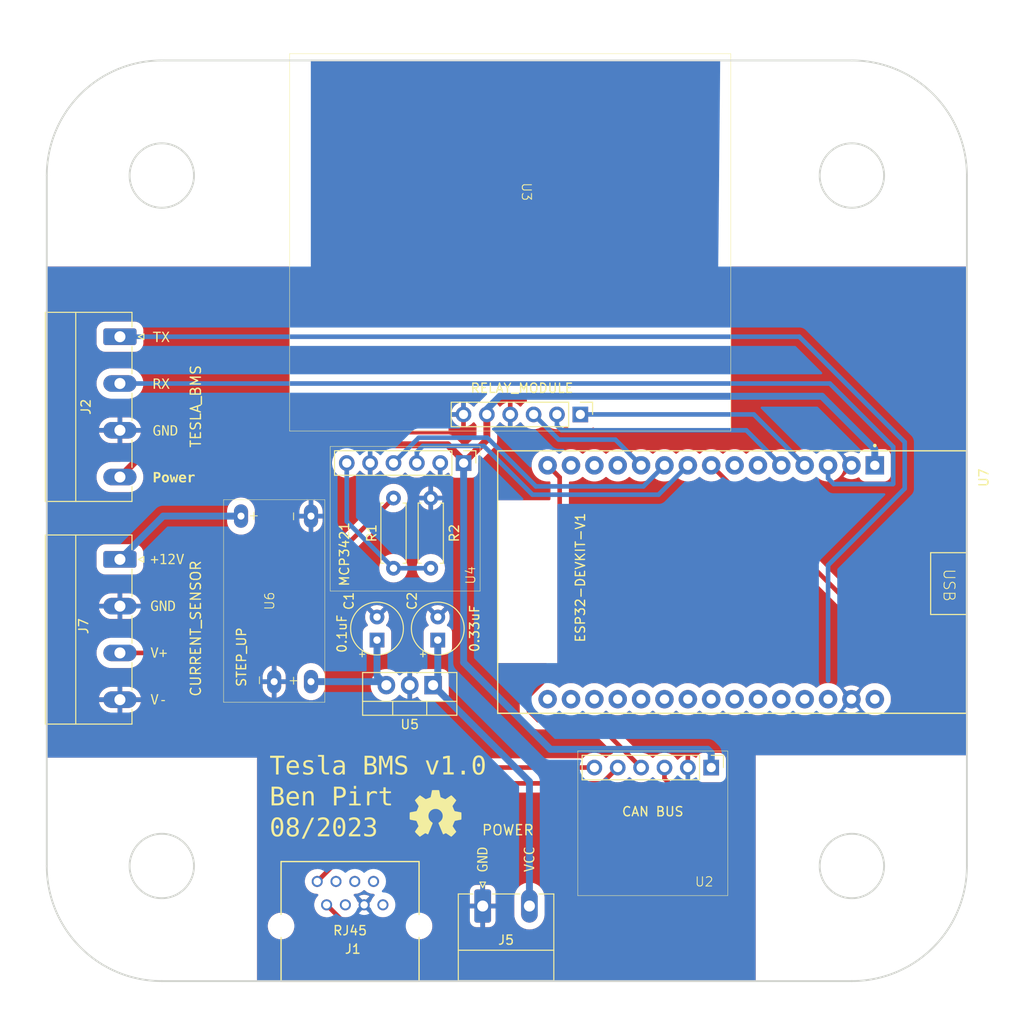
<source format=kicad_pcb>
(kicad_pcb (version 20221018) (generator pcbnew)
  (layers (0 "F.Cu" signal) (31 "B.Cu" signal) (34 "B.Paste" user) (35 "F.Paste" user) (36 "B.SilkS" user "B.Silkscreen") (37 "F.SilkS" user "F.Silkscreen") (38 "B.Mask" user) (39 "F.Mask" user) (44 "Edge.Cuts" user))
  (net 0 "")
  (net 3 "+3.3V")
  (net 4 "GND")
  (net 8 "Net-(U2-CANH)")
  (net 9 "Net-(U2-CANL)")
  (net 10 "Net-(U4-VIN+)")
  (net 11 "/bms-rx")
  (net 12 "+12V")
  (net 13 "Net-(J7-Pin_3)")
  (net 14 "+5V")
  (net 15 "/bms-tx")
  (net 16 "/can-tx")
  (net 17 "/can-rx")
  (net 18 "/RELAY1")
  (net 19 "/RELAY2")
  (net 20 "/RELAY3")
  (net 21 "/SCL")
  (net 22 "/SDA")
  (net 38 "/VCC")
  (footprint "BMSLibrary:SN65_MODULE" (layer "F.Cu") (at 165.862 135.636 -90)
    (fp_text reference "U2" (at 3.575 -5.588 unlocked) (layer "F.SilkS") (effects (font (thickness 0.1))))
    (fp_text value "CAN BUS" (at -4.045 0 unlocked) (layer "F.SilkS"))
    (fp_line (start -10.63 -8.15) (end -10.63 8.15) (stroke (width 0.05)) (layer "F.SilkS"))
    (fp_line (start -10.63 8.15) (end 5.08 8.15) (stroke (width 0.05)) (layer "F.SilkS"))
    (fp_line (start -10.16 -7.68) (end -8.83 -7.68) (stroke (width 0.12)) (layer "F.SilkS"))
    (fp_line (start -10.16 -6.35) (end -10.16 -7.68) (stroke (width 0.12)) (layer "F.SilkS"))
    (fp_line (start -10.16 -5.08) (end -10.16 7.68) (stroke (width 0.12)) (layer "F.SilkS"))
    (fp_line (start -10.16 -5.08) (end -7.5 -5.08) (stroke (width 0.12)) (layer "F.SilkS"))
    (fp_line (start -10.16 7.68) (end -7.5 7.68) (stroke (width 0.12)) (layer "F.SilkS"))
    (fp_line (start -7.5 -5.08) (end -7.5 7.68) (stroke (width 0.12)) (layer "F.SilkS"))
    (fp_line (start 5.08 -8.15) (end -10.63 -8.15) (stroke (width 0.05)) (layer "F.SilkS"))
    (fp_line (start 5.08 8.15) (end 5.08 -8.15) (stroke (width 0.05)) (layer "F.SilkS"))
    (pad "1" thru_hole rect (at -8.83 -6.35 270) (size 1.7 1.7) (drill 1) (layers "*.Cu" "*.Mask") (net 3 "+3.3V"))
    (pad "2" thru_hole oval (at -8.83 -3.81 270) (size 1.7 1.7) (drill 1) (layers "*.Cu" "*.Mask") (net 4 "GND"))
    (pad "3" thru_hole oval (at -8.83 -1.27 270) (size 1.7 1.7) (drill 1) (layers "*.Cu" "*.Mask") (net 16 "/can-tx"))
    (pad "4" thru_hole oval (at -8.83 1.27 270) (size 1.7 1.7) (drill 1) (layers "*.Cu" "*.Mask") (net 17 "/can-rx"))
    (pad "5" thru_hole oval (at -8.83 3.81 270) (size 1.7 1.7) (drill 1) (layers "*.Cu" "*.Mask") (net 8 "Net-(U2-CANH)"))
    (pad "6" thru_hole oval (at -8.83 6.35 270) (size 1.7 1.7) (drill 1) (layers "*.Cu" "*.Mask") (net 9 "Net-(U2-CANL)"))
  )
  (footprint "Connector_Phoenix_MC_HighVoltage:PhoenixContact_MC_1,5_2-G-5.08_1x02_P5.08mm_Horizontal" (layer "F.Cu") (at 147.375 141.8475)
    (fp_text reference "J5" (at 2.54 3.6945) (layer "F.SilkS"))
    (fp_text value "POWER" (at 2.739 -8.2435) (layer "F.SilkS") (effects (font (size 1.1 1.1))))
    (fp_line (start -2.65 -1.31) (end -2.65 8.11) (stroke (width 0.12)) (layer "F.SilkS"))
    (fp_line (start -2.65 -1.31) (end -1.05 -1.31) (stroke (width 0.12)) (layer "F.SilkS"))
    (fp_line (start -2.65 4.8) (end 7.73 4.8) (stroke (width 0.12)) (layer "F.SilkS"))
    (fp_line (start -2.65 8.11) (end 7.73 8.11) (stroke (width 0.12)) (layer "F.SilkS"))
    (fp_line (start -0.3 -2.6) (end 0.3 -2.6) (stroke (width 0.12)) (layer "F.SilkS"))
    (fp_line (start 0 -2) (end -0.3 -2.6) (stroke (width 0.12)) (layer "F.SilkS"))
    (fp_line (start 0.3 -2.6) (end 0 -2) (stroke (width 0.12)) (layer "F.SilkS"))
    (fp_line (start 1.05 -1.31) (end 4.03 -1.31) (stroke (width 0.12)) (layer "F.SilkS"))
    (fp_line (start 7.73 -1.31) (end 6.13 -1.31) (stroke (width 0.12)) (layer "F.SilkS"))
    (fp_line (start 7.73 8.11) (end 7.73 -1.31) (stroke (width 0.12)) (layer "F.SilkS"))
    (pad "1" thru_hole roundrect (at 0 0) (size 1.8 3.6) (drill 1.2) (layers "*.Cu" "*.Mask") (roundrect_rratio 0.138889) (net 4 "GND"))
    (pad "2" thru_hole oval (at 5.08 0) (size 1.8 3.6) (drill 1.2) (layers "*.Cu" "*.Mask") (net 38 "/VCC"))
  )
  (footprint "BMSLibrary:RJ45_Socket" (layer "F.Cu") (at 132.962 144.018 180)
    (fp_text reference "J1" (at -0.3 -2.5) (layer "F.SilkS"))
    (fp_text value "RJ45" (at 0 -0.5) (layer "F.SilkS"))
    (fp_line (start -7.5 -6) (end 7.5 -6) (stroke (width 0.15)) (layer "F.SilkS"))
    (fp_line (start -7.5 7) (end -7.5 -6) (stroke (width 0.15)) (layer "F.SilkS"))
    (fp_line (start 7.5 -6) (end 7.5 7) (stroke (width 0.15)) (layer "F.SilkS"))
    (fp_line (start 7.5 7) (end -7.5 7) (stroke (width 0.15)) (layer "F.SilkS"))
    (pad "" np_thru_hole circle (at -7.5 0 180) (size 2.4 2.4) (drill 2.4) (layers "*.Cu" "*.Mask"))
    (pad "" np_thru_hole circle (at 7.5 0 180) (size 2.4 2.4) (drill 2.4) (layers "*.Cu" "*.Mask"))
    (pad "1" thru_hole circle (at -3.57 2.3 180) (size 1.2 1.2) (drill 0.8) (layers "*.Cu" "*.Mask"))
    (pad "2" thru_hole circle (at -2.55 4.84 180) (size 1.2 1.2) (drill 0.8) (layers "*.Cu" "*.Mask"))
    (pad "3" thru_hole circle (at -1.53 2.3 180) (size 1.2 1.2) (drill 0.8) (layers "*.Cu" "*.Mask") (net 4 "GND"))
    (pad "4" thru_hole circle (at -0.51 4.84 180) (size 1.2 1.2) (drill 0.8) (layers "*.Cu" "*.Mask"))
    (pad "5" thru_hole circle (at 0.51 2.3 180) (size 1.2 1.2) (drill 0.8) (layers "*.Cu" "*.Mask"))
    (pad "6" thru_hole circle (at 1.53 4.84 180) (size 1.2 1.2) (drill 0.8) (layers "*.Cu" "*.Mask"))
    (pad "7" thru_hole circle (at 2.55 2.3 180) (size 1.2 1.2) (drill 0.8) (layers "*.Cu" "*.Mask") (net 8 "Net-(U2-CANH)"))
    (pad "8" thru_hole circle (at 3.57 4.84 180) (size 1.2 1.2) (drill 0.8) (layers "*.Cu" "*.Mask") (net 9 "Net-(U2-CANL)"))
  )
  (footprint "BMSLibrary:STEP_UP_MODULE" (layer "F.Cu") (at 124.714 108.712 90)
    (fp_text reference "U6" (at 0 -0.5 90 unlocked) (layer "F.SilkS") (effects (font (thickness 0.1))))
    (fp_text value "STEP_UP" (at -6.096 -3.556 90 unlocked) (layer "F.SilkS"))
    (fp_text user "+" (at 8.5598 -1.7018 90 unlocked) (layer "F.SilkS") (effects (font (thickness 0.1)) (justify left bottom)))
    (fp_text user "-" (at -9.2964 -1.0922 90 unlocked) (layer "F.SilkS") (effects (font (thickness 0.1)) (justify left bottom)))
    (fp_text user "+" (at -9.3472 2.6162 90 unlocked) (layer "F.SilkS") (effects (font (thickness 0.1)) (justify left bottom)))
    (fp_text user "-" (at 8.509 2.6162 90 unlocked) (layer "F.SilkS") (effects (font (thickness 0.1)) (justify left bottom)))
    (fp_line (start -11 -5.5) (end 11 -5.5) (stroke (width 0.05)) (layer "F.SilkS"))
    (fp_line (start -11 5.5) (end -11 -5.5) (stroke (width 0.05)) (layer "F.SilkS"))
    (fp_line (start 11 -5.5) (end 11 5.5) (stroke (width 0.05)) (layer "F.SilkS"))
    (fp_line (start 11 5.5) (end -11 5.5) (stroke (width 0.05)) (layer "F.SilkS"))
    (pad "1" thru_hole oval (at -8.763 0 90) (size 2.54 1.524) (drill 0.762) (layers "*.Cu" "*.Mask") (net 4 "GND"))
    (pad "2" thru_hole oval (at -8.763 4 90) (size 2.54 1.524) (drill 0.762) (layers "*.Cu" "*.Mask") (net 14 "+5V"))
    (pad "3" thru_hole oval (at 9.2202 4 90) (size 2.54 1.524) (drill 0.762) (layers "*.Cu" "*.Mask") (net 4 "GND"))
    (pad "4" thru_hole oval (at 9.2202 -3.6068 90) (size 2.54 1.524) (drill 0.762) (layers "*.Cu" "*.Mask") (net 12 "+12V"))
  )
  (footprint "BMSLibrary:3_RELAY_MODULE" (layer "F.Cu") (at 151.638 64.262 -90)
    (fp_text reference "U3" (at 0 -0.5 -90 unlocked) (layer "F.SilkS") (effects (font (thickness 0.1))))
    (fp_text value "RELAY_MODULE" (at 21.336 0 unlocked) (layer "F.SilkS"))
    (fp_line (start -15 -22.7) (end -15 25.25) (stroke (width 0.05)) (layer "F.SilkS"))
    (fp_line (start -15 25.25) (end 25.99 25.25) (stroke (width 0.05)) (layer "F.SilkS"))
    (fp_line (start 22.86 -7.68) (end 24.19 -7.68) (stroke (width 0.12)) (layer "F.SilkS"))
    (fp_line (start 22.86 -6.35) (end 22.86 -7.68) (stroke (width 0.12)) (layer "F.SilkS"))
    (fp_line (start 22.86 -5.08) (end 22.86 7.68) (stroke (width 0.12)) (layer "F.SilkS"))
    (fp_line (start 22.86 -5.08) (end 25.52 -5.08) (stroke (width 0.12)) (layer "F.SilkS"))
    (fp_line (start 22.86 7.68) (end 25.52 7.68) (stroke (width 0.12)) (layer "F.SilkS"))
    (fp_line (start 25.52 -5.08) (end 25.52 7.68) (stroke (width 0.12)) (layer "F.SilkS"))
    (fp_line (start 25.99 -22.7) (end -15 -22.7) (stroke (width 0.05)) (layer "F.SilkS"))
    (fp_line (start 25.99 25.25) (end 25.99 -22.7) (stroke (width 0.05)) (layer "F.SilkS"))
    (pad "1" thru_hole rect (at 24.19 -6.35 270) (size 1.7 1.7) (drill 1) (layers "*.Cu" "*.Mask") (net 18 "/RELAY1"))
    (pad "2" thru_hole oval (at 24.19 -3.81 270) (size 1.7 1.7) (drill 1) (layers "*.Cu" "*.Mask") (net 19 "/RELAY2"))
    (pad "3" thru_hole oval (at 24.19 -1.27 270) (size 1.7 1.7) (drill 1) (layers "*.Cu" "*.Mask") (net 20 "/RELAY3"))
    (pad "4" thru_hole oval (at 24.19 1.27 270) (size 1.7 1.7) (drill 1) (layers "*.Cu" "*.Mask") (net 4 "GND"))
    (pad "5" thru_hole oval (at 24.19 3.81 270) (size 1.7 1.7) (drill 1) (layers "*.Cu" "*.Mask") (net 3 "+3.3V"))
    (pad "6" thru_hole oval (at 24.19 6.35 270) (size 1.7 1.7) (drill 1) (layers "*.Cu" "*.Mask") (net 4 "GND"))
    (zone (net 0) (net_name "") (layer "F.Cu") (connect_pads (clearance 0)) (min_thickness 0.25)
      (keepout (tracks not_allowed) (vias not_allowed) (pads not_allowed) (copperpour not_allowed) (footprints not_allowed))
      (fill (thermal_gap 0.5) (thermal_bridge_width 0.5))
      (polygon (pts (xy 174.3202 49.2506) (xy 174.3202 90.1446) (xy 159.512 90.1446) (xy 159.512 86.8172) (xy 143.6624 86.8172) (xy 143.6624 90.2208) (xy 126.4158 90.2208) (xy 126.3904 49.276) (xy 166.878 49.3268)))
    )
  )
  (footprint "BMSLibrary:MCP3421_MODULE" (layer "F.Cu") (at 138.952 102.556 -90)
    (fp_text reference "U4" (at 3.362 -7.112 -270 unlocked) (layer "F.SilkS") (effects (font (thickness 0.1))))
    (fp_text value "MCP3421" (at 1.076 6.604 90 unlocked) (layer "F.SilkS"))
    (fp_line (start -10.63 -8.15) (end -10.63 8.15) (stroke (width 0.05)) (layer "F.SilkS"))
    (fp_line (start -10.63 8.15) (end 5.08 8.15) (stroke (width 0.05)) (layer "F.SilkS"))
    (fp_line (start -10.16 -7.68) (end -8.83 -7.68) (stroke (width 0.12)) (layer "F.SilkS"))
    (fp_line (start -10.16 -6.35) (end -10.16 -7.68) (stroke (width 0.12)) (layer "F.SilkS"))
    (fp_line (start -10.16 -5.08) (end -10.16 7.68) (stroke (width 0.12)) (layer "F.SilkS"))
    (fp_line (start -10.16 -5.08) (end -7.5 -5.08) (stroke (width 0.12)) (layer "F.SilkS"))
    (fp_line (start -10.16 7.68) (end -7.5 7.68) (stroke (width 0.12)) (layer "F.SilkS"))
    (fp_line (start -7.5 -5.08) (end -7.5 7.68) (stroke (width 0.12)) (layer "F.SilkS"))
    (fp_line (start 5.08 -8.15) (end -10.63 -8.15) (stroke (width 0.05)) (layer "F.SilkS"))
    (fp_line (start 5.08 8.15) (end 5.08 -8.15) (stroke (width 0.05)) (layer "F.SilkS"))
    (pad "1" thru_hole rect (at -8.83 -6.35 270) (size 1.7 1.7) (drill 1) (layers "*.Cu" "*.Mask") (net 3 "+3.3V"))
    (pad "2" thru_hole oval (at -8.83 -3.81 270) (size 1.7 1.7) (drill 1) (layers "*.Cu" "*.Mask") (net 4 "GND"))
    (pad "3" thru_hole oval (at -8.83 -1.27 270) (size 1.7 1.7) (drill 1) (layers "*.Cu" "*.Mask") (net 21 "/SCL"))
    (pad "4" thru_hole oval (at -8.83 1.27 270) (size 1.7 1.7) (drill 1) (layers "*.Cu" "*.Mask") (net 22 "/SDA"))
    (pad "5" thru_hole oval (at -8.83 3.81 270) (size 1.7 1.7) (drill 1) (layers "*.Cu" "*.Mask") (net 4 "GND"))
    (pad "6" thru_hole oval (at -8.83 6.35 270) (size 1.7 1.7) (drill 1) (layers "*.Cu" "*.Mask") (net 10 "Net-(U4-VIN+)"))
  )
  (footprint "Resistor_THT:R_Axial_DIN0207_L6.3mm_D2.5mm_P7.62mm_Horizontal" (layer "F.Cu") (at 141.732 105.156 90)
    (fp_text reference "R2" (at 3.81 2.554 90) (layer "F.SilkS"))
    (fp_text value "R" hide)
    (fp_line (start 0.54 -1.37) (end 7.08 -1.37) (stroke (width 0.12)) (layer "F.SilkS"))
    (fp_line (start 0.54 -1.04) (end 0.54 -1.37) (stroke (width 0.12)) (layer "F.SilkS"))
    (fp_line (start 0.54 1.04) (end 0.54 1.37) (stroke (width 0.12)) (layer "F.SilkS"))
    (fp_line (start 0.54 1.37) (end 7.08 1.37) (stroke (width 0.12)) (layer "F.SilkS"))
    (fp_line (start 7.08 -1.37) (end 7.08 -1.04) (stroke (width 0.12)) (layer "F.SilkS"))
    (fp_line (start 7.08 1.37) (end 7.08 1.04) (stroke (width 0.12)) (layer "F.SilkS"))
    (pad "1" thru_hole circle (at 0 0 90) (size 1.6 1.6) (drill 0.8) (layers "*.Cu" "*.Mask") (net 10 "Net-(U4-VIN+)"))
    (pad "2" thru_hole oval (at 7.62 0 90) (size 1.6 1.6) (drill 0.8) (layers "*.Cu" "*.Mask") (net 4 "GND"))
  )
  (footprint "BMSLibrary:OSHW_LOGO_SMALL" (layer "F.Cu") (at 142.24 131.826)
    (fp_text reference "G***" hide)
    (fp_text value "LOGO" hide)
    (fp_poly (pts (xy 0.131099 -2.569829) (xy 0.219756 -2.569462) (xy 0.285701 -2.568471) (xy 0.332515 -2.566542) (xy 0.363786 -2.563367) (xy 0.383095 -2.558632) (xy 0.394029 -2.552028) (xy 0.400171 -2.543242) (xy 0.40327 -2.536265) (xy 0.409973 -2.512225) (xy 0.420927 -2.463454) (xy 0.435173 -2.394645) (xy 0.451753 -2.310492) (xy 0.46971 -2.215687) (xy 0.478663 -2.16708) (xy 0.49678 -2.069684) (xy 0.51384 -1.981488) (xy 0.528921 -1.906978) (xy 0.541104 -1.85064) (xy 0.549467 -1.816956) (xy 0.551962 -1.809952) (xy 0.568351 -1.798812) (xy 0.60717 -1.77901) (xy 0.663046 -1.752839) (xy 0.73061 -1.722592) (xy 0.804487 -1.690563) (xy 0.879308 -1.659043) (xy 0.949699 -1.630327) (xy 1.010289 -1.606706) (xy 1.055707 -1.590475) (xy 1.080579 -1.583925) (xy 1.081571 -1.583888) (xy 1.098018 -1.592054) (xy 1.135481 -1.614945) (xy 1.190419 -1.650259) (xy 1.25929 -1.695694) (xy 1.338554 -1.748949) (xy 1.403318 -1.793065) (xy 1.488073 -1.850698) (xy 1.565094 -1.902247) (xy 1.630844 -1.945414) (xy 1.681788 -1.977897) (xy 1.714389 -1.997396) (xy 1.724713 -2.002118) (xy 1.740711 -1.991816) (xy 1.773619 -1.963294) (xy 1.819907 -1.920131) (xy 1.876044 -1.865903) (xy 1.938498 -1.804189) (xy 2.003738 -1.738566) (xy 2.068234 -1.672611) (xy 2.128455 -1.609902) (xy 2.18087 -1.554017) (xy 2.221947 -1.508533) (xy 2.248156 -1.477028) (xy 2.256118 -1.463696) (xy 2.249264 -1.444723) (xy 2.228268 -1.407143) (xy 2.192472 -1.349949) (xy 2.141222 -1.272135) (xy 2.073861 -1.172694) (xy 1.989734 -1.050619) (xy 1.948231 -0.9909) (xy 1.909712 -0.933704) (xy 1.878626 -0.883949) (xy 1.858519 -0.847546) (xy 1.852706 -0.831617) (xy 1.858357 -0.812599) (xy 1.873809 -0.771574) (xy 1.896808 -0.713879) (xy 1.925102 -0.64485) (xy 1.956438 -0.569825) (xy 1.988564 -0.494139) (xy 2.019226 -0.423131) (xy 2.046171 -0.362136) (xy 2.067148 -0.316491) (xy 2.079903 -0.291533) (xy 2.081828 -0.288839) (xy 2.098106 -0.284012) (xy 2.139603 -0.274659) (xy 2.202141 -0.261634) (xy 2.281547 -0.245795) (xy 2.373644 -0.227997) (xy 2.43589 -0.216241) (xy 2.534728 -0.197569) (xy 2.624357 -0.180317) (xy 2.700393 -0.165356) (xy 2.758453 -0.153555) (xy 2.794153 -0.145783) (xy 2.803034 -0.143409) (xy 2.809597 -0.136123) (xy 2.814682 -0.117805) (xy 2.81846 -0.085296) (xy 2.821099 -0.035436) (xy 2.822769 0.034936) (xy 2.82364 0.128979) (xy 2.823882 0.245054) (xy 2.823743 0.361926) (xy 2.823171 0.452368) (xy 2.821933 0.519834) (xy 2.819797 0.567774) (xy 2.816531 0.599642) (xy 2.811901 0.618889) (xy 2.805676 0.628968) (xy 2.797735 0.633297) (xy 2.77184 0.63931) (xy 2.724824 0.648773) (xy 2.66501 0.66004) (xy 2.637118 0.665084) (xy 2.491532 0.69139) (xy 2.373028 0.713566) (xy 2.279175 0.732159) (xy 2.207541 0.747714) (xy 2.155693 0.760778) (xy 2.1212 0.771895) (xy 2.10163 0.781611) (xy 2.096482 0.786373) (xy 2.086234 0.806157) (xy 2.067486 0.847979) (xy 2.042379 0.906575) (xy 2.013056 0.97668) (xy 1.98166 1.053029) (xy 1.950333 1.130356) (xy 1.921217 1.203397) (xy 1.896454 1.266886) (xy 1.878187 1.315559) (xy 1.868558 1.34415) (xy 1.867605 1.348854) (xy 1.875737 1.363982) (xy 1.898516 1.400045) (xy 1.933553 1.453426) (xy 1.978459 1.520509) (xy 2.030846 1.597678) (xy 2.061882 1.642965) (xy 2.117583 1.725142) (xy 2.167045 1.80035) (xy 2.20785 1.864728) (xy 2.237579 1.91441) (xy 2.253813 1.945535) (xy 2.256118 1.95314) (xy 2.245725 1.971689) (xy 2.2162 2.008151) (xy 2.170019 2.059798) (xy 2.109659 2.123905) (xy 2.037598 2.197746) (xy 1.996102 2.239304) (xy 1.91493 2.319762) (xy 1.852018 2.381272) (xy 1.804589 2.426109) (xy 1.769864 2.456546) (xy 1.745065 2.474858) (xy 1.727416 2.483319) (xy 1.714137 2.484203) (xy 1.702452 2.479785) (xy 1.702398 2.479756) (xy 1.680228 2.466057) (xy 1.637727 2.438191) (xy 1.579135 2.398999) (xy 1.50869 2.351321) (xy 1.430634 2.297998) (xy 1.410569 2.284216) (xy 1.332581 2.231182) (xy 1.262234 2.184468) (xy 1.203456 2.146593) (xy 1.160173 2.120071) (xy 1.136312 2.107421) (xy 1.13358 2.106706) (xy 1.112943 2.113234) (xy 1.072594 2.130813) (xy 1.019188 2.156432) (xy 0.981682 2.175423) (xy 0.921722 2.20451) (xy 0.873694 2.22417) (xy 0.843073 2.232319) (xy 0.835544 2.231049) (xy 0.826738 2.214416) (xy 0.808117 2.17364) (xy 0.781195 2.11223) (xy 0.747486 2.033694) (xy 0.708505 1.941541) (xy 0.665766 1.83928) (xy 0.64948 1.800009) (xy 0.601668 1.684553) (xy 0.553571 1.568539) (xy 0.507489 1.457508) (xy 0.465725 1.357) (xy 0.430579 1.272555) (xy 0.404351 1.209715) (xy 0.402606 1.205545) (xy 0.374643 1.137248) (xy 0.351531 1.07793) (xy 0.3355 1.033527) (xy 0.328781 1.009975) (xy 0.328706 1.008886) (xy 0.340125 0.991101) (xy 0.370334 0.962388) (xy 0.413261 0.928398) (xy 0.422088 0.921999) (xy 0.552428 0.814276) (xy 0.654546 0.69728) (xy 0.728869 0.570244) (xy 0.77582 0.432403) (xy 0.795824 0.28299) (xy 0.79666 0.246529) (xy 0.78421 0.097101) (xy 0.745186 -0.040193) (xy 0.67862 -0.167778) (xy 0.583541 -0.288081) (xy 0.582797 -0.288878) (xy 0.471088 -0.387641) (xy 0.34652 -0.46136) (xy 0.212767 -0.509885) (xy 0.0735 -0.533064) (xy -0.067604 -0.530746) (xy -0.206874 -0.502779) (xy -0.340635 -0.449011) (xy -0.465213 -0.369293) (xy -0.507552 -0.333811) (xy -0.611533 -0.221802) (xy -0.688523 -0.097009) (xy -0.738307 0.040084) (xy -0.760669 0.188995) (xy -0.762 0.237493) (xy -0.751347 0.386767) (xy -0.718283 0.520602) (xy -0.661155 0.642106) (xy -0.578308 0.754387) (xy -0.468086 0.860553) (xy -0.403073 0.911663) (xy -0.355966 0.94887) (xy -0.319936 0.981679) (xy -0.300615 1.004778) (xy -0.298824 1.009988) (xy -0.304362 1.028339) (xy -0.320097 1.070928) (xy -0.344707 1.134419) (xy -0.376871 1.215477) (xy -0.415269 1.310766) (xy -0.45858 1.416951) (xy -0.494995 1.505368) (xy -0.543578 1.622921) (xy -0.590521 1.736657) (xy -0.634083 1.842349) (xy -0.672526 1.935772) (xy -0.70411 2.012699) (xy -0.727096 2.068905) (xy -0.736375 2.091765) (xy -0.764635 2.160781) (xy -0.787092 2.20483) (xy -0.809885 2.226335) (xy -0.839151 2.227724) (xy -0.881027 2.21142) (xy -0.941651 2.179849) (xy -0.949159 2.175851) (xy -1.006619 2.146279) (xy -1.055374 2.123021) (xy -1.088702 2.109187) (xy -1.098498 2.106706) (xy -1.115914 2.114812) (xy -1.154168 2.137544) (xy -1.20953 2.172519) (xy -1.278267 2.217356) (xy -1.356648 2.26967) (xy -1.40277 2.300941) (xy -1.484331 2.356245) (xy -1.557697 2.405422) (xy -1.619271 2.446106) (xy -1.665453 2.475933) (xy -1.692644 2.492536) (xy -1.698255 2.495176) (xy -1.711348 2.485073) (xy -1.742527 2.45668) (xy -1.788785 2.412871) (xy -1.847112 2.356519) (xy -1.914499 2.290498) (xy -1.967532 2.238) (xy -2.039432 2.165497) (xy -2.103651 2.098771) (xy -2.157268 2.041019) (xy -2.197365 1.995436) (xy -2.221021 1.965217) (xy -2.226235 1.954847) (xy -2.218035 1.9355) (xy -2.195053 1.895567) (xy -2.159717 1.838891) (xy -2.114454 1.769317) (xy -2.061691 1.690687) (xy -2.032439 1.647994) (xy -1.976849 1.566673) (xy -1.927449 1.492964) (xy -1.886657 1.430597) (xy -1.856892 1.3833) (xy -1.840573 1.3548) (xy -1.838204 1.34862) (xy -1.84354 1.32739) (xy -1.858505 1.284052) (xy -1.880936 1.223959) (xy -1.908672 1.152459) (xy -1.939549 1.074904) (xy -1.971406 0.996644) (xy -2.00208 0.92303) (xy -2.029409 0.859413) (xy -2.051231 0.811142) (xy -2.065383 0.783569) (xy -2.06805 0.779873) (xy -2.087705 0.771681) (xy -2.132361 0.759457) (xy -2.197566 0.744212) (xy -2.278869 0.72696) (xy -2.371817 0.708712) (xy -2.421808 0.699433) (xy -2.518905 0.681274) (xy -2.606597 0.663957) (xy -2.680439 0.648436) (xy -2.735986 0.635661) (xy -2.768794 0.626586) (xy -2.775324 0.623701) (xy -2.781826 0.604191) (xy -2.787082 0.560216) (xy -2.791102 0.496696) (xy -2.7939 0.418548) (xy -2.795487 0.330689) (xy -2.795876 0.238037) (xy -2.79508 0.145509) (xy -2.79311 0.058023) (xy -2.789978 -0.019503) (xy -2.785698 -0.082152) (xy -2.780281 -0.125007) (xy -2.77374 -0.143149) (xy -2.773404 -0.143312) (xy -2.753379 -0.148196) (xy -2.70834 -0.157622) (xy -2.642665 -0.170725) (xy -2.560729 -0.186638) (xy -2.466909 -0.204499) (xy -2.405975 -0.215931) (xy -2.307655 -0.234708) (xy -2.21914 -0.252435) (xy -2.144675 -0.268196) (xy -2.088501 -0.281073) (xy -2.05486 -0.29015) (xy -2.047177 -0.29347) (xy -2.03587 -0.313055) (xy -2.015971 -0.354775) (xy -1.989774 -0.413155) (xy -1.959573 -0.482719) (xy -1.927665 -0.557994) (xy -1.896344 -0.633505) (xy -1.867904 -0.703775) (xy -1.844642 -0.763332) (xy -1.828852 -0.806699) (xy -1.822829 -0.828402) (xy -1.822824 -0.828669) (xy -1.830995 -0.84807) (xy -1.853909 -0.88813) (xy -1.889169 -0.945033) (xy -1.934374 -1.014961) (xy -1.987128 -1.094096) (xy -2.019006 -1.140913) (xy -2.075348 -1.223728) (xy -2.126032 -1.299537) (xy -2.168553 -1.364486) (xy -2.200407 -1.414721) (xy -2.219086 -1.446387) (xy -2.222835 -1.454484) (xy -2.219555 -1.469566) (xy -2.20285 -1.495405) (xy -2.171024 -1.533936) (xy -2.122379 -1.587094) (xy -2.05522 -1.656816) (xy -1.970783 -1.742101) (xy -1.898243 -1.814002) (xy -1.832 -1.878279) (xy -1.775144 -1.932043) (xy -1.730768 -1.972408) (xy -1.701962 -1.996485) (xy -1.692489 -2.002118) (xy -1.675439 -1.993941) (xy -1.63753 -1.970979) (xy -1.582386 -1.935583) (xy -1.513627 -1.890105) (xy -1.434876 -1.836898) (xy -1.378564 -1.79826) (xy -1.294825 -1.740839) (xy -1.218405 -1.689162) (xy -1.152999 -1.645668) (xy -1.102298 -1.612795) (xy -1.069994 -1.592982) (xy -1.060577 -1.588253) (xy -1.04026 -1.59176) (xy -0.997979 -1.604914) (xy -0.93922 -1.625557) (xy -0.86947 -1.651527) (xy -0.794215 -1.680666) (xy -0.718943 -1.710813) (xy -0.649139 -1.739809) (xy -0.590289 -1.765495) (xy -0.547882 -1.785709) (xy -0.527655 -1.798038) (xy -0.520108 -1.817018) (xy -0.508269 -1.861199) (xy -0.493086 -1.926364) (xy -0.475509 -2.008296) (xy -0.456487 -2.102776) (xy -0.441948 -2.178771) (xy -0.422853 -2.279572) (xy -0.405136 -2.370755) (xy -0.389642 -2.448161) (xy -0.377216 -2.507628) (xy -0.368702 -2.544998) (xy -0.365383 -2.556036) (xy -0.348457 -2.560027) (xy -0.305307 -2.563517) (xy -0.239585 -2.566373) (xy -0.154948 -2.568463) (xy -0.055049 -2.569654) (xy 0.016143 -2.569882) (xy 0.131099 -2.569829)) (stroke (width 0.01)) (fill solid) (layer "F.SilkS"))
  )
  (footprint "Package_TO_SOT_THT:TO-220-3_Vertical" (layer "F.Cu") (at 141.986 117.856 180)
    (fp_text reference "U5" (at 2.54 -4.27) (layer "F.SilkS"))
    (fp_text value "L7805")
    (fp_line (start -2.58 -3.27) (end -2.58 1.371) (stroke (width 0.12)) (layer "F.SilkS"))
    (fp_line (start -2.58 -3.27) (end 7.66 -3.27) (stroke (width 0.12)) (layer "F.SilkS"))
    (fp_line (start -2.58 -1.76) (end 7.66 -1.76) (stroke (width 0.12)) (layer "F.SilkS"))
    (fp_line (start -2.58 1.371) (end 7.66 1.371) (stroke (width 0.12)) (layer "F.SilkS"))
    (fp_line (start 0.69 -3.27) (end 0.69 -1.76) (stroke (width 0.12)) (layer "F.SilkS"))
    (fp_line (start 4.391 -3.27) (end 4.391 -1.76) (stroke (width 0.12)) (layer "F.SilkS"))
    (fp_line (start 7.66 -3.27) (end 7.66 1.371) (stroke (width 0.12)) (layer "F.SilkS"))
    (pad "1" thru_hole rect (at 0 0 180) (size 1.905 2) (drill 1.1) (layers "*.Cu" "*.Mask") (net 38 "/VCC"))
    (pad "2" thru_hole oval (at 2.54 0 180) (size 1.905 2) (drill 1.1) (layers "*.Cu" "*.Mask") (net 4 "GND"))
    (pad "3" thru_hole oval (at 5.08 0 180) (size 1.905 2) (drill 1.1) (layers "*.Cu" "*.Mask") (net 14 "+5V"))
  )
  (footprint "Connector_Phoenix_MC_HighVoltage:PhoenixContact_MC_1,5_4-G-5.08_1x04_P5.08mm_Horizontal" (layer "F.Cu") (at 107.95 80.01 -90)
    (fp_text reference "J2" (at 7.62 3.6945 90) (layer "F.SilkS"))
    (fp_text value "TESLA_BMS" (at 7.565 -8.2435 90) (layer "F.SilkS") (effects (font (size 1.1 1.1))))
    (fp_line (start -2.65 -1.31) (end -2.65 8.11) (stroke (width 0.12)) (layer "F.SilkS"))
    (fp_line (start -2.65 -1.31) (end -1.05 -1.31) (stroke (width 0.12)) (layer "F.SilkS"))
    (fp_line (start -2.65 4.8) (end 17.89 4.8) (stroke (width 0.12)) (layer "F.SilkS"))
    (fp_line (start -2.65 8.11) (end 17.89 8.11) (stroke (width 0.12)) (layer "F.SilkS"))
    (fp_line (start -0.3 -2.6) (end 0.3 -2.6) (stroke (width 0.12)) (layer "F.SilkS"))
    (fp_line (start 0 -2) (end -0.3 -2.6) (stroke (width 0.12)) (layer "F.SilkS"))
    (fp_line (start 0.3 -2.6) (end 0 -2) (stroke (width 0.12)) (layer "F.SilkS"))
    (fp_line (start 1.05 -1.31) (end 4.03 -1.31) (stroke (width 0.12)) (layer "F.SilkS"))
    (fp_line (start 6.13 -1.31) (end 9.11 -1.31) (stroke (width 0.12)) (layer "F.SilkS"))
    (fp_line (start 11.21 -1.31) (end 14.19 -1.31) (stroke (width 0.12)) (layer "F.SilkS"))
    (fp_line (start 17.89 -1.31) (end 16.29 -1.31) (stroke (width 0.12)) (layer "F.SilkS"))
    (fp_line (start 17.89 8.11) (end 17.89 -1.31) (stroke (width 0.12)) (layer "F.SilkS"))
    (pad "1" thru_hole roundrect (at 0 0 270) (size 1.8 3.6) (drill 1.2) (layers "*.Cu" "*.Mask") (roundrect_rratio 0.138889) (net 16 "/can-tx"))
    (pad "2" thru_hole oval (at 5.08 0 270) (size 1.8 3.6) (drill 1.2) (layers "*.Cu" "*.Mask") (net 11 "/bms-rx"))
    (pad "3" thru_hole oval (at 10.16 0 270) (size 1.8 3.6) (drill 1.2) (layers "*.Cu" "*.Mask") (net 4 "GND"))
    (pad "4" thru_hole oval (at 15.24 0 270) (size 1.8 3.6) (drill 1.2) (layers "*.Cu" "*.Mask") (net 3 "+3.3V"))
  )
  (footprint "Connector_Phoenix_MC_HighVoltage:PhoenixContact_MC_1,5_4-G-5.08_1x04_P5.08mm_Horizontal" (layer "F.Cu") (at 107.95 104.195 -90)
    (fp_text reference "J7" (at 7.256 3.9485 90) (layer "F.SilkS"))
    (fp_text value "CURRENT_SENSOR" (at 7.51 -8.2435 90) (layer "F.SilkS") (effects (font (size 1.1 1.1))))
    (fp_line (start -2.65 -1.31) (end -2.65 8.11) (stroke (width 0.12)) (layer "F.SilkS"))
    (fp_line (start -2.65 -1.31) (end -1.05 -1.31) (stroke (width 0.12)) (layer "F.SilkS"))
    (fp_line (start -2.65 4.8) (end 17.89 4.8) (stroke (width 0.12)) (layer "F.SilkS"))
    (fp_line (start -2.65 8.11) (end 17.89 8.11) (stroke (width 0.12)) (layer "F.SilkS"))
    (fp_line (start -0.3 -2.6) (end 0.3 -2.6) (stroke (width 0.12)) (layer "F.SilkS"))
    (fp_line (start 0 -2) (end -0.3 -2.6) (stroke (width 0.12)) (layer "F.SilkS"))
    (fp_line (start 0.3 -2.6) (end 0 -2) (stroke (width 0.12)) (layer "F.SilkS"))
    (fp_line (start 1.05 -1.31) (end 4.03 -1.31) (stroke (width 0.12)) (layer "F.SilkS"))
    (fp_line (start 6.13 -1.31) (end 9.11 -1.31) (stroke (width 0.12)) (layer "F.SilkS"))
    (fp_line (start 11.21 -1.31) (end 14.19 -1.31) (stroke (width 0.12)) (layer "F.SilkS"))
    (fp_line (start 17.89 -1.31) (end 16.29 -1.31) (stroke (width 0.12)) (layer "F.SilkS"))
    (fp_line (start 17.89 8.11) (end 17.89 -1.31) (stroke (width 0.12)) (layer "F.SilkS"))
    (pad "1" thru_hole roundrect (at 0 0 270) (size 1.8 3.6) (drill 1.2) (layers "*.Cu" "*.Mask") (roundrect_rratio 0.138889) (net 12 "+12V"))
    (pad "2" thru_hole oval (at 5.08 0 270) (size 1.8 3.6) (drill 1.2) (layers "*.Cu" "*.Mask") (net 4 "GND"))
    (pad "3" thru_hole oval (at 10.16 0 270) (size 1.8 3.6) (drill 1.2) (layers "*.Cu" "*.Mask") (net 13 "Net-(J7-Pin_3)"))
    (pad "4" thru_hole oval (at 15.24 0 270) (size 1.8 3.6) (drill 1.2) (layers "*.Cu" "*.Mask") (net 4 "GND"))
  )
  (footprint "Resistor_THT:R_Axial_DIN0207_L6.3mm_D2.5mm_P7.62mm_Horizontal" (layer "F.Cu") (at 137.682 105.156 90)
    (fp_text reference "R1" (at 3.81 -2.37 90) (layer "F.SilkS"))
    (fp_text value "R" hide)
    (fp_line (start 0.54 -1.37) (end 7.08 -1.37) (stroke (width 0.12)) (layer "F.SilkS"))
    (fp_line (start 0.54 -1.04) (end 0.54 -1.37) (stroke (width 0.12)) (layer "F.SilkS"))
    (fp_line (start 0.54 1.04) (end 0.54 1.37) (stroke (width 0.12)) (layer "F.SilkS"))
    (fp_line (start 0.54 1.37) (end 7.08 1.37) (stroke (width 0.12)) (layer "F.SilkS"))
    (fp_line (start 7.08 -1.37) (end 7.08 -1.04) (stroke (width 0.12)) (layer "F.SilkS"))
    (fp_line (start 7.08 1.37) (end 7.08 1.04) (stroke (width 0.12)) (layer "F.SilkS"))
    (pad "1" thru_hole circle (at 0 0 90) (size 1.6 1.6) (drill 0.8) (layers "*.Cu" "*.Mask") (net 10 "Net-(U4-VIN+)"))
    (pad "2" thru_hole oval (at 7.62 0 90) (size 1.6 1.6) (drill 0.8) (layers "*.Cu" "*.Mask") (net 13 "Net-(J7-Pin_3)"))
  )
  (footprint "BMSLibrary:MODULE_ESP32_DEVKIT_V1" (layer "F.Cu") (at 174.477 106.68 -90)
    (fp_text reference "U7" (at -11.355 -27.36 90) (layer "F.SilkS"))
    (fp_text value "ESP32-DEVKIT-V1" (at -0.508 16.489 90) (layer "F.SilkS"))
    (fp_text user "USB" (at -1.5494 -22.8854 -90 unlocked) (layer "F.SilkS") (effects (font (size 1.2 1.2) (thickness 0.1)) (justify left bottom)))
    (fp_line (start -14.28 -25.475) (end -3.211 -25.475) (stroke (width 0.127)) (layer "F.SilkS"))
    (fp_line (start -14.28 -25.475) (end 14.23 -25.475) (stroke (width 0.127)) (layer "F.SilkS"))
    (fp_line (start -14.28 25.475) (end -14.28 -25.475) (stroke (width 0.127)) (layer "F.SilkS"))
    (fp_line (start -14.28 25.475) (end -14.28 -25.475) (stroke (width 0.127)) (layer "F.SilkS"))
    (fp_line (start -14.28 25.475) (end -8.91 25.475) (stroke (width 0.127)) (layer "F.SilkS"))
    (fp_line (start -8.91 25.475) (end 8.78 25.475) (stroke (width 0.127)) (layer "F.SilkS"))
    (fp_line (start -3.211 -25.475) (end 3.5 -25.475) (stroke (width 0.127)) (layer "F.SilkS"))
    (fp_line (start -3.211 -21.585) (end -3.211 -25.475) (stroke (width 0.127)) (layer "F.SilkS"))
    (fp_line (start 3.5 -25.475) (end 3.5 -21.585) (stroke (width 0.127)) (layer "F.SilkS"))
    (fp_line (start 3.5 -25.475) (end 14.23 -25.475) (stroke (width 0.127)) (layer "F.SilkS"))
    (fp_line (start 3.5 -21.585) (end -3.211 -21.585) (stroke (width 0.127)) (layer "F.SilkS"))
    (fp_line (start 8.78 25.475) (end 14.23 25.475) (stroke (width 0.127)) (layer "F.SilkS"))
    (fp_line (start 14.23 -25.475) (end 14.23 25.475) (stroke (width 0.127)) (layer "F.SilkS"))
    (fp_line (start 14.23 -25.475) (end 14.23 25.475) (stroke (width 0.127)) (layer "F.SilkS"))
    (fp_line (start 14.23 25.475) (end -14.28 25.475) (stroke (width 0.127)) (layer "F.SilkS"))
    (fp_circle (center -14.85 -15.515) (end -14.75 -15.515) (stroke (width 0.2)) (fill none) (layer "F.SilkS"))
    (pad "1" thru_hole rect (at -12.7 -15.515 270) (size 2 2) (drill 1.02) (layers "*.Cu" "*.Mask") (net 3 "+3.3V"))
    (pad "2" thru_hole circle (at -12.7 -12.975 270) (size 2 2) (drill 1.02) (layers "*.Cu" "*.Mask") (net 4 "GND"))
    (pad "3" thru_hole circle (at -12.7 -10.435 270) (size 2 2) (drill 1.02) (layers "*.Cu" "*.Mask") (net 11 "/bms-rx"))
    (pad "4" thru_hole circle (at -12.7 -7.895 270) (size 2 2) (drill 1.02) (layers "*.Cu" "*.Mask") (net 18 "/RELAY1"))
    (pad "5" thru_hole circle (at -12.7 -5.355 270) (size 2 2) (drill 1.02) (layers "*.Cu" "*.Mask") (net 19 "/RELAY2"))
    (pad "6" thru_hole circle (at -12.7 -2.815 270) (size 2 2) (drill 1.02) (layers "*.Cu" "*.Mask"))
    (pad "7" thru_hole circle (at -12.7 -0.275 270) (size 2 2) (drill 1.02) (layers "*.Cu" "*.Mask"))
    (pad "8" thru_hole circle (at -12.7 2.265 270) (size 2 2) (drill 1.02) (layers "*.Cu" "*.Mask") (net 16 "/can-tx"))
    (pad "9" thru_hole circle (at -12.7 4.805 270) (size 2 2) (drill 1.02) (layers "*.Cu" "*.Mask") (net 21 "/SCL"))
    (pad "10" thru_hole circle (at -12.7 7.345 270) (size 2 2) (drill 1.02) (layers "*.Cu" "*.Mask") (net 22 "/SDA"))
    (pad "11" thru_hole circle (at -12.7 9.885 270) (size 2 2) (drill 1.02) (layers "*.Cu" "*.Mask") (net 20 "/RELAY3"))
    (pad "12" thru_hole circle (at -12.7 12.425 270) (size 2 2) (drill 1.02) (layers "*.Cu" "*.Mask"))
    (pad "13" thru_hole circle (at -12.7 14.965 270) (size 2 2) (drill 1.02) (layers "*.Cu" "*.Mask"))
    (pad "14" thru_hole circle (at -12.7 17.505 270) (size 2 2) (drill 1.02) (layers "*.Cu" "*.Mask"))
    (pad "15" thru_hole circle (at -12.7 20.045 270) (size 2 2) (drill 1.02) (layers "*.Cu" "*.Mask") (net 17 "/can-rx"))
    (pad "16" thru_hole circle (at 12.7 20.045 270) (size 2 2) (drill 1.02) (layers "*.Cu" "*.Mask"))
    (pad "17" thru_hole circle (at 12.7 17.505 270) (size 2 2) (drill 1.02) (layers "*.Cu" "*.Mask"))
    (pad "18" thru_hole circle (at 12.7 14.965 270) (size 2 2) (drill 1.02) (layers "*.Cu" "*.Mask"))
    (pad "19" thru_hole circle (at 12.7 12.425 270) (size 2 2) (drill 1.02) (layers "*.Cu" "*.Mask"))
    (pad "20" thru_hole circle (at 12.7 9.885 270) (size 2 2) (drill 1.02) (layers "*.Cu" "*.Mask"))
    (pad "21" thru_hole circle (at 12.7 7.345 270) (size 2 2) (drill 1.02) (layers "*.Cu" "*.Mask"))
    (pad "22" thru_hole circle (at 12.7 4.805 270) (size 2 2) (drill 1.02) (layers "*.Cu" "*.Mask"))
    (pad "23" thru_hole circle (at 12.7 2.265 270) (size 2 2) (drill 1.02) (layers "*.Cu" "*.Mask"))
    (pad "24" thru_hole circle (at 12.7 -0.275 270) (size 2 2) (drill 1.02) (layers "*.Cu" "*.Mask"))
    (pad "25" thru_hole circle (at 12.7 -2.815 270) (size 2 2) (drill 1.02) (layers "*.Cu" "*.Mask"))
    (pad "26" thru_hole circle (at 12.7 -5.355 270) (size 2 2) (drill 1.02) (layers "*.Cu" "*.Mask"))
    (pad "27" thru_hole circle (at 12.7 -7.895 270) (size 2 2) (drill 1.02) (layers "*.Cu" "*.Mask"))
    (pad "28" thru_hole circle (at 12.7 -10.435 270) (size 2 2) (drill 1.02) (layers "*.Cu" "*.Mask") (net 15 "/bms-tx"))
    (pad "29" thru_hole circle (at 12.7 -12.975 270) (size 2 2) (drill 1.02) (layers "*.Cu" "*.Mask") (net 4 "GND"))
    (pad "30" thru_hole circle (at 12.7 -15.515 270) (size 2 2) (drill 1.02) (layers "*.Cu" "*.Mask") (net 14 "+5V"))
    (zone (net 0) (net_name "") (layer "F.Cu") (connect_pads (clearance 0)) (min_thickness 0.01)
      (keepout (tracks not_allowed) (vias not_allowed) (pads not_allowed) (copperpour not_allowed) (footprints allowed))
      (fill (thermal_gap 0.508) (thermal_bridge_width 0.508))
      (polygon (pts (xy 155.492 97.77) (xy 155.492 115.46) (xy 149.002 115.46) (xy 149.002 97.77)))
    )
    (zone (net 0) (net_name "") (layer "B.Cu") (connect_pads (clearance 0)) (min_thickness 0.01)
      (keepout (tracks not_allowed) (vias not_allowed) (pads not_allowed) (copperpour not_allowed) (footprints allowed))
      (fill (thermal_gap 0.508) (thermal_bridge_width 0.508))
      (polygon (pts (xy 155.492 97.77) (xy 155.492 115.46) (xy 149.002 115.46) (xy 149.002 97.77)))
    )
  )
  (footprint "Capacitor_THT:CP_Radial_Tantal_D5.5mm_P2.50mm" (layer "F.Cu") (at 142.494 112.956369 90)
    (fp_text reference "C2" (at 4.244369 -2.794 90) (layer "F.SilkS"))
    (fp_text value "0.33uF" (at 1.25 4 90) (layer "F.SilkS"))
    (fp_line (start -1.822262 -1.615) (end -1.272262 -1.615) (stroke (width 0.12)) (layer "F.SilkS"))
    (fp_line (start -1.547262 -1.89) (end -1.547262 -1.34) (stroke (width 0.12)) (layer "F.SilkS"))
    (fp_circle (center 1.25 0) (end 4.12 0) (stroke (width 0.12)) (fill none) (layer "F.SilkS"))
    (pad "1" thru_hole rect (at 0 0 90) (size 1.6 1.6) (drill 0.8) (layers "*.Cu" "*.Mask") (net 38 "/VCC"))
    (pad "2" thru_hole circle (at 2.5 0 90) (size 1.6 1.6) (drill 0.8) (layers "*.Cu" "*.Mask") (net 4 "GND"))
  )
  (footprint "Capacitor_THT:CP_Radial_Tantal_D5.5mm_P2.50mm" (layer "F.Cu") (at 135.89 112.956369 90)
    (fp_text reference "C1" (at 4.244369 -3.048 90) (layer "F.SilkS"))
    (fp_text value "0.1uF" (at 0.688369 -3.81 90) (layer "F.SilkS"))
    (fp_line (start -1.822262 -1.615) (end -1.272262 -1.615) (stroke (width 0.12)) (layer "F.SilkS"))
    (fp_line (start -1.547262 -1.89) (end -1.547262 -1.34) (stroke (width 0.12)) (layer "F.SilkS"))
    (fp_circle (center 1.25 0) (end 4.12 0) (stroke (width 0.12)) (fill none) (layer "F.SilkS"))
    (pad "1" thru_hole rect (at 0 0 90) (size 1.6 1.6) (drill 0.8) (layers "*.Cu" "*.Mask") (net 14 "+5V"))
    (pad "2" thru_hole circle (at 2.5 0 90) (size 1.6 1.6) (drill 0.8) (layers "*.Cu" "*.Mask") (net 4 "GND"))
  )
  (gr_circle (center 112.5 137.5) (end 116 137.5) (stroke (width 0.2)) (fill none) (layer "Edge.Cuts"))
  (gr_arc (start 200 137.5) (mid 196.338835 146.338834) (end 187.5 150) (stroke (width 0.2)) (layer "Edge.Cuts"))
  (gr_circle (center 187.5 62.5) (end 191 62.5) (stroke (width 0.2)) (fill none) (layer "Edge.Cuts"))
  (gr_circle (center 187.5 137.5) (end 191 137.5) (stroke (width 0.2)) (fill none) (layer "Edge.Cuts"))
  (gr_line (start 100 137.5) (end 100 62.5) (stroke (width 0.2)) (layer "Edge.Cuts"))
  (gr_line (start 112.5 50) (end 187.5 50) (stroke (width 0.2)) (layer "Edge.Cuts"))
  (gr_line (start 187.5 150) (end 112.5 150) (stroke (width 0.2)) (layer "Edge.Cuts"))
  (gr_arc (start 112.5 150) (mid 103.661166 146.338835) (end 100 137.5) (stroke (width 0.2)) (layer "Edge.Cuts"))
  (gr_circle (center 112.5 62.5) (end 116 62.5) (stroke (width 0.2)) (fill none) (layer "Edge.Cuts"))
  (gr_arc (start 187.5 50) (mid 196.338834 53.661165) (end 200 62.5) (stroke (width 0.2)) (layer "Edge.Cuts"))
  (gr_line (start 200 62.5) (end 200 137.5) (stroke (width 0.2)) (layer "Edge.Cuts"))
  (gr_arc (start 100 62.5) (mid 103.661165 53.661165) (end 112.5 50) (stroke (width 0.2)) (layer "Edge.Cuts"))
  (gr_text "Tesla BMS v1.0\nBen Pirt\n08/2023" (at 124.206 134.62) (layer "F.SilkS") (effects (font (size 2 2)) (justify left bottom)))
  (gr_text "V+" (at 111.252 115.062) (layer "F.SilkS") (effects (font (size 1.1 1.1)) (justify left bottom)))
  (gr_text "GND" (at 111.506 90.932) (layer "F.SilkS") (effects (font (size 1.1 1.1)) (justify left bottom)))
  (gr_text "RX" (at 111.506 85.852) (layer "F.SilkS") (effects (font (size 1.1 1.1)) (justify left bottom)))
  (gr_text "GND" (at 148.082 138.176 90) (layer "F.SilkS") (effects (font (size 1.1 1.1)) (justify left bottom)))
  (gr_text "Power" (at 111.506 96.012) (layer "F.SilkS") (effects (font (size 1.1 1.1) (thickness 0.22) bold) (justify left bottom)))
  (gr_text "GND" (at 111.252 109.982) (layer "F.SilkS") (effects (font (size 1.1 1.1)) (justify left bottom)))
  (gr_text "V-" (at 111.252 120.142) (layer "F.SilkS") (effects (font (size 1.1 1.1)) (justify left bottom)))
  (gr_text "+12V" (at 111.252 104.902) (layer "F.SilkS") (effects (font (size 1.1 1.1)) (justify left bottom)))
  (gr_text "TX" (at 111.506 80.772) (layer "F.SilkS") (effects (font (size 1.1 1.1)) (justify left bottom)))
  (gr_text "VCC" (at 153.162 138.176 90) (layer "F.SilkS") (effects (font (size 1.1 1.1)) (justify left bottom)))
  (segment (start 145.302 93.472928) (end 145.302 93.726) (width 0.75) (layer "F.Cu") (net 3))
  (segment (start 147.828 91.2) (end 145.302 93.726) (width 0.75) (layer "F.Cu") (net 3))
  (segment (start 147.828 88.452) (end 147.828 91.2) (width 0.75) (layer "F.Cu") (net 3))
  (segment (start 107.95 95.25) (end 111.449 91.751) (width 0.75) (layer "F.Cu") (net 3))
  (segment (start 143.580072 91.751) (end 145.302 93.472928) (width 0.75) (layer "F.Cu") (net 3))
  (segment (start 111.449 91.751) (end 143.580072 91.751) (width 0.75) (layer "F.Cu") (net 3))
  (segment (start 189.992 93.98) (end 189.992 92.23) (width 0.75) (layer "B.Cu") (net 3))
  (segment (start 147.828 87.884) (end 147.828 88.452) (width 0.75) (layer "B.Cu") (net 3))
  (segment (start 145.302 93.726) (end 145.302 115.389072) (width 0.75) (layer "B.Cu") (net 3))
  (segment (start 172.212 125.206) (end 172.212 126.806) (width 0.75) (layer "B.Cu") (net 3))
  (segment (start 184.239 86.477) (end 149.235 86.477) (width 0.75) (layer "B.Cu") (net 3))
  (segment (start 154.743928 124.831) (end 171.837 124.831) (width 0.75) (layer "B.Cu") (net 3))
  (segment (start 145.302 115.389072) (end 154.743928 124.831) (width 0.75) (layer "B.Cu") (net 3))
  (segment (start 189.992 92.23) (end 184.239 86.477) (width 0.75) (layer "B.Cu") (net 3))
  (segment (start 149.235 86.477) (end 147.828 87.884) (width 0.75) (layer "B.Cu") (net 3))
  (segment (start 171.837 124.831) (end 172.212 125.206) (width 0.75) (layer "B.Cu") (net 3))
  (segment (start 143.256 128.524) (end 160.334 128.524) (width 0.5) (layer "F.Cu") (net 8))
  (segment (start 132.012 143.318) (end 138.545705 143.318) (width 0.5) (layer "F.Cu") (net 8))
  (segment (start 138.545705 143.318) (end 141.478 140.385705) (width 0.5) (layer "F.Cu") (net 8))
  (segment (start 141.478 130.302) (end 143.256 128.524) (width 0.5) (layer "F.Cu") (net 8))
  (segment (start 160.334 128.524) (end 162.052 126.806) (width 0.5) (layer "F.Cu") (net 8))
  (segment (start 130.412 141.718) (end 132.012 143.318) (width 0.5) (layer "F.Cu") (net 8))
  (segment (start 141.478 140.385705) (end 141.478 130.302) (width 0.5) (layer "F.Cu") (net 8))
  (segment (start 129.392 139.178) (end 141.764 126.806) (width 0.5) (layer "F.Cu") (net 9))
  (segment (start 141.764 126.806) (end 159.512 126.806) (width 0.5) (layer "F.Cu") (net 9))
  (segment (start 132.602 100.076) (end 132.602 93.726) (width 0.5) (layer "B.Cu") (net 10))
  (segment (start 137.682 105.156) (end 132.602 100.076) (width 0.5) (layer "B.Cu") (net 10))
  (segment (start 137.682 105.156) (end 141.732 105.156) (width 0.5) (layer "B.Cu") (net 10))
  (segment (start 191.992 91.98) (end 191.992 95.98) (width 0.5) (layer "B.Cu") (net 11))
  (segment (start 185.529787 96.012) (end 184.912 95.394213) (width 0.5) (layer "B.Cu") (net 11))
  (segment (start 191.992 95.98) (end 191.96 96.012) (width 0.5) (layer "B.Cu") (net 11))
  (segment (start 184.912 95.394213) (end 184.912 93.98) (width 0.5) (layer "B.Cu") (net 11))
  (segment (start 185.102 85.09) (end 191.992 91.98) (width 0.5) (layer "B.Cu") (net 11))
  (segment (start 191.96 96.012) (end 185.529787 96.012) (width 0.5) (layer "B.Cu") (net 11))
  (segment (start 107.95 85.09) (end 185.102 85.09) (width 0.5) (layer "B.Cu") (net 11))
  (segment (start 121.1072 99.4918) (end 112.6532 99.4918) (width 0.75) (layer "B.Cu") (net 12))
  (segment (start 107.95 104.195) (end 112.6532 99.4918) (width 0.75) (layer "B.Cu") (net 12))
  (segment (start 120.863 114.355) (end 137.682 97.536) (width 0.5) (layer "F.Cu") (net 13))
  (segment (start 107.95 114.355) (end 120.863 114.355) (width 0.5) (layer "F.Cu") (net 13))
  (segment (start 136.525 117.475) (end 136.906 117.856) (width 0.75) (layer "F.Cu") (net 14))
  (segment (start 135.89 112.956369) (end 135.89 116.84) (width 0.75) (layer "B.Cu") (net 14))
  (segment (start 136.525 117.475) (end 136.906 117.856) (width 0.75) (layer "B.Cu") (net 14))
  (segment (start 135.89 116.84) (end 136.906 117.856) (width 0.75) (layer "B.Cu") (net 14))
  (segment (start 128.714 117.475) (end 136.525 117.475) (width 0.75) (layer "B.Cu") (net 14))
  (segment (start 167.132 128.008081) (end 167.779919 128.656) (width 0.5) (layer "F.Cu") (net 16))
  (segment (start 175.006 127.712) (end 175.006 125.73) (width 0.5) (layer "F.Cu") (net 16))
  (segment (start 191.992 113.76) (end 172.212 93.98) (width 0.5) (layer "F.Cu") (net 16))
  (segment (start 174.062 128.656) (end 175.006 127.712) (width 0.5) (layer "F.Cu") (net 16))
  (segment (start 175.006 125.73) (end 179.356 121.38) (width 0.5) (layer "F.Cu") (net 16))
  (segment (start 167.132 126.806) (end 167.132 128.008081) (width 0.5) (layer "F.Cu") (net 16))
  (segment (start 191.294 121.38) (end 191.992 120.682) (width 0.5) (layer "F.Cu") (net 16))
  (segment (start 191.992 120.682) (end 191.992 113.76) (width 0.5) (layer "F.Cu") (net 16))
  (segment (start 179.356 121.38) (end 191.294 121.38) (width 0.5) (layer "F.Cu") (net 16))
  (segment (start 167.779919 128.656) (end 174.062 128.656) (width 0.5) (layer "F.Cu") (net 16))
  (segment (start 193.241501 91.46244) (end 193.241501 96.497561) (width 0.5) (layer "B.Cu") (net 16))
  (segment (start 107.95 80.01) (end 181.789061 80.01) (width 0.5) (layer "B.Cu") (net 16))
  (segment (start 193.241501 96.497561) (end 184.912 104.827062) (width 0.5) (layer "B.Cu") (net 16))
  (segment (start 181.789061 80.01) (end 193.241501 91.46244) (width 0.5) (layer "B.Cu") (net 16))
  (segment (start 184.912 104.827062) (end 184.912 117.352) (width 0.5) (layer "B.Cu") (net 16))
  (segment (start 152.4 120.65) (end 152.4 119.015777) (width 0.5) (layer "F.Cu") (net 17))
  (segment (start 152.4 119.015777) (end 155.742 115.673777) (width 0.5) (layer "F.Cu") (net 17))
  (segment (start 153.416 121.666) (end 152.4 120.65) (width 0.5) (layer "F.Cu") (net 17))
  (segment (start 164.592 126.806) (end 159.452 121.666) (width 0.5) (layer "F.Cu") (net 17))
  (segment (start 159.452 121.666) (end 153.416 121.666) (width 0.5) (layer "F.Cu") (net 17))
  (segment (start 155.742 95.29) (end 154.432 93.98) (width 0.5) (layer "F.Cu") (net 17))
  (segment (start 155.742 115.673777) (end 155.742 95.29) (width 0.5) (layer "F.Cu") (net 17))
  (segment (start 157.988 88.452) (end 176.844 88.452) (width 0.5) (layer "B.Cu") (net 18))
  (segment (start 176.844 88.452) (end 182.372 93.98) (width 0.5) (layer "B.Cu") (net 18))
  (segment (start 155.448 89.654081) (end 155.963919 90.17) (width 0.5) (layer "B.Cu") (net 19))
  (segment (start 176.022 90.17) (end 179.832 93.98) (width 0.5) (layer "B.Cu") (net 19))
  (segment (start 155.963919 90.17) (end 176.022 90.17) (width 0.5) (layer "B.Cu") (net 19))
  (segment (start 155.448 88.452) (end 155.448 89.654081) (width 0.5) (layer "B.Cu") (net 19))
  (segment (start 152.908 88.452) (end 155.642 91.186) (width 0.5) (layer "B.Cu") (net 20))
  (segment (start 155.642 91.186) (end 161.798 91.186) (width 0.5) (layer "B.Cu") (net 20))
  (segment (start 161.798 91.186) (end 164.592 93.98) (width 0.5) (layer "B.Cu") (net 20))
  (segment (start 140.222 92.523919) (end 140.869919 91.876) (width 0.5) (layer "B.Cu") (net 21))
  (segment (start 152.789415 97.165501) (end 166.486499 97.165501) (width 0.5) (layer "B.Cu") (net 21))
  (segment (start 140.869919 91.876) (end 147.499914 91.876) (width 0.5) (layer "B.Cu") (net 21))
  (segment (start 140.222 93.726) (end 140.222 92.523919) (width 0.5) (layer "B.Cu") (net 21))
  (segment (start 147.499914 91.876) (end 152.789415 97.165501) (width 0.5) (layer "B.Cu") (net 21))
  (segment (start 166.486499 97.165501) (end 169.672 93.98) (width 0.5) (layer "B.Cu") (net 21))
  (segment (start 140.431501 90.976499) (end 147.872499 90.976499) (width 0.5) (layer "B.Cu") (net 22))
  (segment (start 164.846 96.266) (end 167.132 93.98) (width 0.5) (layer "B.Cu") (net 22))
  (segment (start 137.682 93.726) (end 140.431501 90.976499) (width 0.5) (layer "B.Cu") (net 22))
  (segment (start 147.872499 90.976499) (end 153.162 96.266) (width 0.5) (layer "B.Cu") (net 22))
  (segment (start 153.162 96.266) (end 164.846 96.266) (width 0.5) (layer "B.Cu") (net 22))
  (segment (start 152.455 141.8475) (end 152.455 128.325) (width 0.75) (layer "B.Cu") (net 38))
  (segment (start 152.455 128.325) (end 141.986 117.856) (width 0.75) (layer "B.Cu") (net 38))
  (segment (start 142.494 117.348) (end 141.986 117.856) (width 0.75) (layer "B.Cu") (net 38))
  (segment (start 142.494 112.956369) (end 142.494 117.348) (width 0.75) (layer "B.Cu") (net 38))
  (zone (net 4) (net_name "GND") (layers "F&B.Cu") (connect_pads (clearance 0.5)) (min_thickness 0.25) (fill yes (thermal_gap 0.5) (thermal_bridge_width 0.5))
    (polygon (pts (xy 202.184 150.876) (xy 201.93 48.768) (xy 97.282 48.768) (xy 97.282 150.876)))
  )
  (zone (net 0) (net_name "") (layers "F&B.Cu") (connect_pads (clearance 0)) (min_thickness 0.25)
    (keepout (tracks not_allowed) (vias not_allowed) (pads not_allowed) (copperpour not_allowed) (footprints allowed))
    (fill (thermal_gap 0.5) (thermal_bridge_width 0.5))
    (polygon (pts (xy 205.232 153.162) (xy 203.962 152.654) (xy 203.708 125.476) (xy 177.038 125.476) (xy 177.038 152.908) (xy 203.708 152.654)))
  )
  (zone (net 0) (net_name "") (layers "F&B.Cu") (connect_pads (clearance 0)) (min_thickness 0.25)
    (keepout (tracks not_allowed) (vias not_allowed) (pads not_allowed) (copperpour not_allowed) (footprints allowed))
    (fill (thermal_gap 0.5) (thermal_bridge_width 0.5))
    (polygon (pts (xy 128.697678 43.434) (xy 128.697678 72.39) (xy 94.915678 72.39) (xy 95.169678 43.434)))
  )
  (zone (net 0) (net_name "") (layers "F&B.Cu") (connect_pads (clearance 0)) (min_thickness 0.25)
    (keepout (tracks not_allowed) (vias not_allowed) (pads not_allowed) (copperpour not_allowed) (footprints allowed))
    (fill (thermal_gap 0.5) (thermal_bridge_width 0.5))
    (polygon (pts (xy 204.978 45.974) (xy 204.978 72.39) (xy 172.974 72.39) (xy 173.228 45.974)))
  )
  (zone (net 0) (net_name "") (layers "F&B.Cu") (connect_pads (clearance 0)) (min_thickness 0.25)
    (keepout (tracks not_allowed) (vias not_allowed) (pads not_allowed) (copperpour not_allowed) (footprints allowed))
    (fill (thermal_gap 0.5) (thermal_bridge_width 0.5))
    (polygon (pts (xy 122.855678 125.73) (xy 122.855678 154.686) (xy 94.915678 154.686) (xy 95.169678 125.73)))
  )
)
</source>
